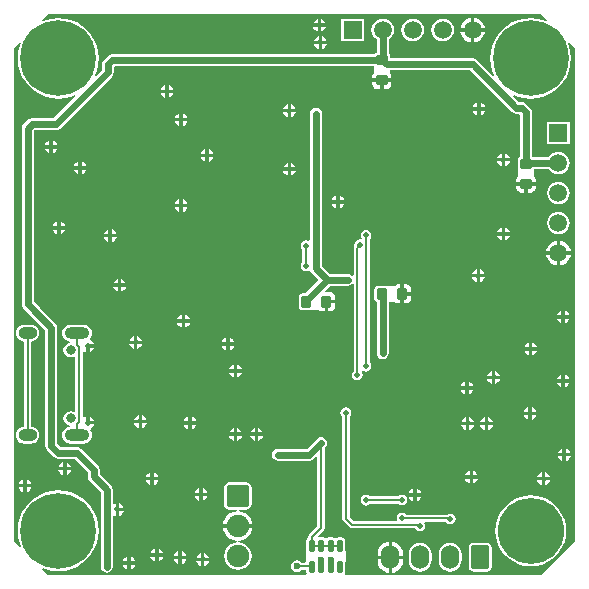
<source format=gbl>
G04*
G04 #@! TF.GenerationSoftware,Altium Limited,Altium Designer,20.2.7 (254)*
G04*
G04 Layer_Physical_Order=2*
G04 Layer_Color=16711680*
%FSLAX25Y25*%
%MOIN*%
G70*
G04*
G04 #@! TF.SameCoordinates,FBE84B92-D195-4989-AC34-508FE9173FC9*
G04*
G04*
G04 #@! TF.FilePolarity,Positive*
G04*
G01*
G75*
%ADD11C,0.00787*%
G04:AMPARAMS|DCode=17|XSize=39.37mil|YSize=35.43mil|CornerRadius=4.43mil|HoleSize=0mil|Usage=FLASHONLY|Rotation=270.000|XOffset=0mil|YOffset=0mil|HoleType=Round|Shape=RoundedRectangle|*
%AMROUNDEDRECTD17*
21,1,0.03937,0.02657,0,0,270.0*
21,1,0.03051,0.03543,0,0,270.0*
1,1,0.00886,-0.01329,-0.01526*
1,1,0.00886,-0.01329,0.01526*
1,1,0.00886,0.01329,0.01526*
1,1,0.00886,0.01329,-0.01526*
%
%ADD17ROUNDEDRECTD17*%
G04:AMPARAMS|DCode=18|XSize=39.37mil|YSize=35.43mil|CornerRadius=4.43mil|HoleSize=0mil|Usage=FLASHONLY|Rotation=180.000|XOffset=0mil|YOffset=0mil|HoleType=Round|Shape=RoundedRectangle|*
%AMROUNDEDRECTD18*
21,1,0.03937,0.02657,0,0,180.0*
21,1,0.03051,0.03543,0,0,180.0*
1,1,0.00886,-0.01526,0.01329*
1,1,0.00886,0.01526,0.01329*
1,1,0.00886,0.01526,-0.01329*
1,1,0.00886,-0.01526,-0.01329*
%
%ADD18ROUNDEDRECTD18*%
%ADD60C,0.02362*%
%ADD64C,0.22047*%
%ADD65R,0.05906X0.05906*%
%ADD66C,0.05906*%
%ADD67R,0.05906X0.05906*%
%ADD68O,0.08268X0.03937*%
%ADD69O,0.06299X0.03937*%
%ADD70C,0.03150*%
%ADD71C,0.07500*%
G04:AMPARAMS|DCode=72|XSize=75mil|YSize=75mil|CornerRadius=9.38mil|HoleSize=0mil|Usage=FLASHONLY|Rotation=0.000|XOffset=0mil|YOffset=0mil|HoleType=Round|Shape=RoundedRectangle|*
%AMROUNDEDRECTD72*
21,1,0.07500,0.05625,0,0,0.0*
21,1,0.05625,0.07500,0,0,0.0*
1,1,0.01875,0.02813,-0.02813*
1,1,0.01875,-0.02813,-0.02813*
1,1,0.01875,-0.02813,0.02813*
1,1,0.01875,0.02813,0.02813*
%
%ADD72ROUNDEDRECTD72*%
%ADD73O,0.06000X0.08000*%
G04:AMPARAMS|DCode=74|XSize=60mil|YSize=80mil|CornerRadius=7.5mil|HoleSize=0mil|Usage=FLASHONLY|Rotation=180.000|XOffset=0mil|YOffset=0mil|HoleType=Round|Shape=RoundedRectangle|*
%AMROUNDEDRECTD74*
21,1,0.06000,0.06500,0,0,180.0*
21,1,0.04500,0.08000,0,0,180.0*
1,1,0.01500,-0.02250,0.03250*
1,1,0.01500,0.02250,0.03250*
1,1,0.01500,0.02250,-0.03250*
1,1,0.01500,-0.02250,-0.03250*
%
%ADD74ROUNDEDRECTD74*%
%ADD75C,0.25197*%
%ADD76C,0.01968*%
%ADD77C,0.02362*%
G04:AMPARAMS|DCode=78|XSize=37.4mil|YSize=19.68mil|CornerRadius=2.46mil|HoleSize=0mil|Usage=FLASHONLY|Rotation=90.000|XOffset=0mil|YOffset=0mil|HoleType=Round|Shape=RoundedRectangle|*
%AMROUNDEDRECTD78*
21,1,0.03740,0.01476,0,0,90.0*
21,1,0.03248,0.01968,0,0,90.0*
1,1,0.00492,0.00738,0.01624*
1,1,0.00492,0.00738,-0.01624*
1,1,0.00492,-0.00738,-0.01624*
1,1,0.00492,-0.00738,0.01624*
%
%ADD78ROUNDEDRECTD78*%
G36*
X241744Y367073D02*
X241461Y366649D01*
X240370Y367101D01*
X238321Y367593D01*
X236221Y367758D01*
X234120Y367593D01*
X232071Y367101D01*
X230125Y366294D01*
X228328Y365194D01*
X226726Y363825D01*
X225358Y362223D01*
X224257Y360426D01*
X223450Y358480D01*
X222959Y356431D01*
X222793Y354331D01*
X222959Y352230D01*
X223450Y350182D01*
X224068Y348690D01*
X223644Y348407D01*
X218270Y353781D01*
X217618Y354217D01*
X216850Y354369D01*
X189394D01*
Y355069D01*
X189299Y355549D01*
X189027Y355956D01*
X188857Y356069D01*
Y360605D01*
X189518Y361112D01*
X190117Y361893D01*
X190494Y362803D01*
X190623Y363779D01*
X190494Y364756D01*
X190117Y365666D01*
X189518Y366447D01*
X188737Y367046D01*
X187827Y367423D01*
X186850Y367552D01*
X185874Y367423D01*
X184964Y367046D01*
X184183Y366447D01*
X183583Y365666D01*
X183206Y364756D01*
X183078Y363779D01*
X183206Y362803D01*
X183583Y361893D01*
X184183Y361112D01*
X184843Y360605D01*
Y356275D01*
X184608Y356228D01*
X184202Y355956D01*
X184062Y355747D01*
X96659D01*
X95891Y355594D01*
X95240Y355159D01*
X93856Y353776D01*
X93421Y353124D01*
X93269Y352356D01*
Y350438D01*
X91372Y348541D01*
X90948Y348824D01*
X91510Y350182D01*
X92002Y352230D01*
X92167Y354331D01*
X92002Y356431D01*
X91510Y358480D01*
X90704Y360426D01*
X89603Y362223D01*
X88235Y363825D01*
X86633Y365194D01*
X84836Y366294D01*
X82889Y367101D01*
X80841Y367593D01*
X78740Y367758D01*
X76640Y367593D01*
X74591Y367101D01*
X73499Y366649D01*
X73216Y367073D01*
X75219Y369075D01*
X239742D01*
X241744Y367073D01*
D02*
G37*
G36*
X66422Y359572D02*
X65970Y358480D01*
X65478Y356431D01*
X65313Y354331D01*
X65478Y352230D01*
X65970Y350182D01*
X66776Y348235D01*
X67877Y346438D01*
X69246Y344836D01*
X70848Y343468D01*
X72644Y342367D01*
X74591Y341561D01*
X76640Y341069D01*
X78740Y340903D01*
X80841Y341069D01*
X82889Y341561D01*
X84247Y342123D01*
X84530Y341699D01*
X77121Y334291D01*
X69888D01*
X69120Y334138D01*
X68468Y333703D01*
X67085Y332319D01*
X66650Y331668D01*
X66497Y330900D01*
Y275197D01*
Y272441D01*
X66650Y271673D01*
X67085Y271022D01*
X69121Y268986D01*
X69197Y268600D01*
X69589Y268014D01*
X70175Y267622D01*
X70561Y267546D01*
X74371Y263736D01*
Y225141D01*
X74524Y224373D01*
X74959Y223722D01*
X77265Y221415D01*
X77916Y220980D01*
X78684Y220828D01*
X84147D01*
X88544Y216431D01*
Y214961D01*
X88697Y214193D01*
X89132Y213541D01*
X92958Y209716D01*
Y188425D01*
Y184833D01*
X93111Y184065D01*
X93546Y183414D01*
X94197Y182979D01*
X94965Y182826D01*
X95733Y182979D01*
X96384Y183414D01*
X96819Y184065D01*
X96972Y184833D01*
Y188425D01*
Y201773D01*
X97413Y202009D01*
X97580Y201897D01*
X97835Y201847D01*
Y203937D01*
Y206027D01*
X97580Y205977D01*
X97413Y205865D01*
X96972Y206101D01*
Y210547D01*
X96819Y211315D01*
X96384Y211966D01*
X92558Y215792D01*
Y217262D01*
X92405Y218030D01*
X91970Y218681D01*
X86398Y224254D01*
X85747Y224689D01*
X84979Y224842D01*
X79515D01*
X78385Y225972D01*
Y264567D01*
X78232Y265335D01*
X77797Y265986D01*
X72679Y271104D01*
X70511Y273272D01*
Y275197D01*
Y330068D01*
X70719Y330276D01*
X77953D01*
X78721Y330429D01*
X79372Y330864D01*
X96695Y348187D01*
X97130Y348838D01*
X97283Y349606D01*
Y351525D01*
X97491Y351733D01*
X183858D01*
Y349458D01*
X183559Y349010D01*
X183433Y348376D01*
Y347638D01*
X189796D01*
Y348376D01*
X189670Y349010D01*
X189370Y349458D01*
Y350355D01*
X216019D01*
X229998Y336376D01*
X230649Y335941D01*
X231417Y335788D01*
X232431D01*
X232639Y335580D01*
Y321699D01*
X232233Y321428D01*
X231961Y321021D01*
X231866Y320541D01*
Y317884D01*
X231943Y317494D01*
X231890Y317441D01*
Y314930D01*
X231590Y314482D01*
X231464Y313848D01*
Y313110D01*
X237827D01*
Y313848D01*
X237701Y314482D01*
X237402Y314930D01*
Y317441D01*
X237402Y317442D01*
X242303D01*
X242810Y316781D01*
X243591Y316182D01*
X244501Y315805D01*
X245477Y315676D01*
X246454Y315805D01*
X247364Y316182D01*
X248145Y316781D01*
X248744Y317563D01*
X249121Y318472D01*
X249250Y319449D01*
X249121Y320425D01*
X248744Y321335D01*
X248145Y322116D01*
X247364Y322716D01*
X246454Y323093D01*
X245477Y323221D01*
X244501Y323093D01*
X243591Y322716D01*
X242810Y322116D01*
X242303Y321456D01*
X237017D01*
X236653Y321699D01*
Y336411D01*
X236500Y337180D01*
X236065Y337831D01*
X234681Y339214D01*
X234030Y339650D01*
X233262Y339802D01*
X232249D01*
X230296Y341755D01*
X230580Y342179D01*
X232071Y341561D01*
X234120Y341069D01*
X236221Y340903D01*
X238321Y341069D01*
X240370Y341561D01*
X242316Y342367D01*
X244113Y343468D01*
X245715Y344836D01*
X247083Y346438D01*
X248184Y348235D01*
X248991Y350182D01*
X249482Y352230D01*
X249648Y354331D01*
X249482Y356431D01*
X248991Y358480D01*
X248538Y359572D01*
X248962Y359855D01*
X250965Y357852D01*
Y193329D01*
X239742Y182106D01*
X174453D01*
X174415Y182149D01*
X174232Y182606D01*
X174365Y182806D01*
X174445Y183209D01*
Y186457D01*
X174425Y186561D01*
X174622Y186802D01*
X174622D01*
Y189951D01*
X174622D01*
X174425Y190192D01*
X174445Y190296D01*
Y193544D01*
X174365Y193947D01*
X174137Y194289D01*
X173795Y194517D01*
X173392Y194597D01*
X171915D01*
X171512Y194517D01*
X171459Y194482D01*
X171079Y194326D01*
X170698Y194482D01*
X170645Y194517D01*
X170242Y194597D01*
X168766D01*
X168362Y194517D01*
X168021Y194289D01*
X167838D01*
X167496Y194517D01*
X167093Y194597D01*
X165616D01*
X165505Y194576D01*
X165259Y195036D01*
X167206Y196983D01*
X167467Y197374D01*
X167559Y197835D01*
Y224505D01*
X167773Y224720D01*
X168209Y225371D01*
X168361Y226139D01*
X168209Y226908D01*
X167773Y227559D01*
X167122Y227994D01*
X166354Y228147D01*
X165586Y227994D01*
X164935Y227559D01*
X161595Y224218D01*
X151983D01*
X151215Y224066D01*
X150564Y223631D01*
X150129Y222979D01*
X149976Y222211D01*
X150129Y221443D01*
X150564Y220792D01*
X151215Y220357D01*
X151983Y220204D01*
X162426D01*
X163194Y220357D01*
X163845Y220792D01*
X164688Y221635D01*
X165150Y221444D01*
Y198334D01*
X162353Y195537D01*
X162092Y195146D01*
X162000Y194685D01*
X162000Y194685D01*
Y194475D01*
X161721Y194289D01*
X161493Y193947D01*
X161413Y193544D01*
Y190296D01*
X161433Y190192D01*
X161236Y189951D01*
X161236D01*
Y186802D01*
X161236D01*
X161284Y186744D01*
X161048Y186244D01*
X159831D01*
X159687Y186459D01*
X159036Y186894D01*
X158268Y187046D01*
X157500Y186894D01*
X156849Y186459D01*
X156413Y185807D01*
X156261Y185039D01*
X156413Y184271D01*
X156849Y183620D01*
X157500Y183185D01*
X158268Y183032D01*
X159036Y183185D01*
X159687Y183620D01*
X159831Y183835D01*
X161413D01*
Y183209D01*
X161493Y182806D01*
X161627Y182606D01*
X161443Y182149D01*
X161405Y182106D01*
X75219D01*
X73216Y184109D01*
X73499Y184532D01*
X74591Y184080D01*
X76640Y183589D01*
X78740Y183423D01*
X80841Y183589D01*
X82889Y184080D01*
X84836Y184887D01*
X86633Y185988D01*
X88235Y187356D01*
X89603Y188958D01*
X90704Y190755D01*
X91510Y192701D01*
X92002Y194750D01*
X92167Y196850D01*
X92002Y198951D01*
X91510Y201000D01*
X90704Y202946D01*
X89603Y204743D01*
X88235Y206345D01*
X86633Y207713D01*
X84836Y208814D01*
X82889Y209620D01*
X80841Y210112D01*
X78740Y210278D01*
X76640Y210112D01*
X74591Y209620D01*
X72644Y208814D01*
X70848Y207713D01*
X69246Y206345D01*
X67877Y204743D01*
X66776Y202946D01*
X65970Y201000D01*
X65478Y198951D01*
X65313Y196850D01*
X65478Y194750D01*
X65970Y192701D01*
X66422Y191610D01*
X65998Y191326D01*
X63996Y193329D01*
Y357852D01*
X65998Y359855D01*
X66422Y359572D01*
D02*
G37*
%LPC*%
G36*
X166339Y367445D02*
Y365945D01*
X167838D01*
X167788Y366199D01*
X167309Y366915D01*
X166593Y367394D01*
X166339Y367445D01*
D02*
G37*
G36*
X165157D02*
X164903Y367394D01*
X164187Y366915D01*
X163708Y366199D01*
X163658Y365945D01*
X165157D01*
Y367445D01*
D02*
G37*
G36*
X217441Y367871D02*
Y364370D01*
X220942D01*
X220878Y364859D01*
X220461Y365864D01*
X219799Y366728D01*
X218935Y367390D01*
X217930Y367807D01*
X217441Y367871D01*
D02*
G37*
G36*
X216260D02*
X215771Y367807D01*
X214766Y367390D01*
X213902Y366728D01*
X213240Y365864D01*
X212823Y364859D01*
X212759Y364370D01*
X216260D01*
Y367871D01*
D02*
G37*
G36*
X167838Y364764D02*
X166339D01*
Y363264D01*
X166593Y363315D01*
X167309Y363793D01*
X167788Y364510D01*
X167838Y364764D01*
D02*
G37*
G36*
X165157D02*
X163658D01*
X163708Y364510D01*
X164187Y363793D01*
X164903Y363315D01*
X165157Y363264D01*
Y364764D01*
D02*
G37*
G36*
X166695Y361700D02*
Y360201D01*
X168195D01*
X168144Y360455D01*
X167666Y361171D01*
X166949Y361650D01*
X166695Y361700D01*
D02*
G37*
G36*
X165514D02*
X165260Y361650D01*
X164543Y361171D01*
X164065Y360455D01*
X164014Y360201D01*
X165514D01*
Y361700D01*
D02*
G37*
G36*
X180590Y367520D02*
X173110D01*
Y360039D01*
X180590D01*
Y367520D01*
D02*
G37*
G36*
X206850Y367552D02*
X205874Y367423D01*
X204964Y367046D01*
X204183Y366447D01*
X203583Y365666D01*
X203206Y364756D01*
X203078Y363779D01*
X203206Y362803D01*
X203583Y361893D01*
X204183Y361112D01*
X204964Y360512D01*
X205874Y360136D01*
X206850Y360007D01*
X207827Y360136D01*
X208737Y360512D01*
X209518Y361112D01*
X210117Y361893D01*
X210494Y362803D01*
X210623Y363779D01*
X210494Y364756D01*
X210117Y365666D01*
X209518Y366447D01*
X208737Y367046D01*
X207827Y367423D01*
X206850Y367552D01*
D02*
G37*
G36*
X196850D02*
X195874Y367423D01*
X194964Y367046D01*
X194183Y366447D01*
X193583Y365666D01*
X193207Y364756D01*
X193078Y363779D01*
X193207Y362803D01*
X193583Y361893D01*
X194183Y361112D01*
X194964Y360512D01*
X195874Y360136D01*
X196850Y360007D01*
X197827Y360136D01*
X198737Y360512D01*
X199518Y361112D01*
X200117Y361893D01*
X200494Y362803D01*
X200623Y363779D01*
X200494Y364756D01*
X200117Y365666D01*
X199518Y366447D01*
X198737Y367046D01*
X197827Y367423D01*
X196850Y367552D01*
D02*
G37*
G36*
X220942Y363189D02*
X217441D01*
Y359688D01*
X217930Y359752D01*
X218935Y360169D01*
X219799Y360831D01*
X220461Y361695D01*
X220878Y362700D01*
X220942Y363189D01*
D02*
G37*
G36*
X216260D02*
X212759D01*
X212823Y362700D01*
X213240Y361695D01*
X213902Y360831D01*
X214766Y360169D01*
X215771Y359752D01*
X216260Y359688D01*
Y363189D01*
D02*
G37*
G36*
X168195Y359019D02*
X166695D01*
Y357520D01*
X166949Y357570D01*
X167666Y358049D01*
X168144Y358765D01*
X168195Y359019D01*
D02*
G37*
G36*
X165514D02*
X164014D01*
X164065Y358765D01*
X164543Y358049D01*
X165260Y357570D01*
X165514Y357520D01*
Y359019D01*
D02*
G37*
G36*
X189796Y346457D02*
X187205D01*
Y344063D01*
X188140D01*
X188773Y344189D01*
X189311Y344548D01*
X189670Y345085D01*
X189796Y345719D01*
Y346457D01*
D02*
G37*
G36*
X186024D02*
X183433D01*
Y345719D01*
X183559Y345085D01*
X183918Y344548D01*
X184455Y344189D01*
X185089Y344063D01*
X186024D01*
Y346457D01*
D02*
G37*
G36*
X115551Y345397D02*
Y343898D01*
X117051D01*
X117000Y344152D01*
X116522Y344868D01*
X115805Y345347D01*
X115551Y345397D01*
D02*
G37*
G36*
X114370D02*
X114116Y345347D01*
X113400Y344868D01*
X112921Y344152D01*
X112870Y343898D01*
X114370D01*
Y345397D01*
D02*
G37*
G36*
X117051Y342717D02*
X115551D01*
Y341217D01*
X115805Y341267D01*
X116522Y341746D01*
X117000Y342462D01*
X117051Y342717D01*
D02*
G37*
G36*
X114370D02*
X112870D01*
X112921Y342462D01*
X113400Y341746D01*
X114116Y341267D01*
X114370Y341217D01*
Y342717D01*
D02*
G37*
G36*
X219526Y339575D02*
Y338075D01*
X221025D01*
X220975Y338329D01*
X220496Y339046D01*
X219780Y339524D01*
X219526Y339575D01*
D02*
G37*
G36*
X218345D02*
X218090Y339524D01*
X217374Y339046D01*
X216895Y338329D01*
X216845Y338075D01*
X218345D01*
Y339575D01*
D02*
G37*
G36*
X156369Y338984D02*
Y337485D01*
X157869D01*
X157819Y337739D01*
X157340Y338455D01*
X156624Y338934D01*
X156369Y338984D01*
D02*
G37*
G36*
X155188D02*
X154934Y338934D01*
X154218Y338455D01*
X153739Y337739D01*
X153689Y337485D01*
X155188D01*
Y338984D01*
D02*
G37*
G36*
X221025Y336894D02*
X219526D01*
Y335394D01*
X219780Y335445D01*
X220496Y335923D01*
X220975Y336640D01*
X221025Y336894D01*
D02*
G37*
G36*
X218345D02*
X216845D01*
X216895Y336640D01*
X217374Y335923D01*
X218090Y335445D01*
X218345Y335394D01*
Y336894D01*
D02*
G37*
G36*
X157869Y336303D02*
X156369D01*
Y334804D01*
X156624Y334854D01*
X157340Y335333D01*
X157819Y336049D01*
X157869Y336303D01*
D02*
G37*
G36*
X155188D02*
X153689D01*
X153739Y336049D01*
X154218Y335333D01*
X154934Y334854D01*
X155188Y334804D01*
Y336303D01*
D02*
G37*
G36*
X120276Y335971D02*
Y334471D01*
X121775D01*
X121725Y334725D01*
X121246Y335442D01*
X120530Y335920D01*
X120276Y335971D01*
D02*
G37*
G36*
X119095D02*
X118840Y335920D01*
X118124Y335442D01*
X117645Y334725D01*
X117595Y334471D01*
X119095D01*
Y335971D01*
D02*
G37*
G36*
X121775Y333290D02*
X120276D01*
Y331790D01*
X120530Y331841D01*
X121246Y332319D01*
X121725Y333036D01*
X121775Y333290D01*
D02*
G37*
G36*
X119095D02*
X117595D01*
X117645Y333036D01*
X118124Y332319D01*
X118840Y331841D01*
X119095Y331790D01*
Y333290D01*
D02*
G37*
G36*
X249218Y333189D02*
X241737D01*
Y325709D01*
X249218D01*
Y333189D01*
D02*
G37*
G36*
X76968Y326929D02*
Y325429D01*
X78468D01*
X78418Y325683D01*
X77939Y326399D01*
X77223Y326878D01*
X76968Y326929D01*
D02*
G37*
G36*
X75787D02*
X75533Y326878D01*
X74817Y326399D01*
X74338Y325683D01*
X74288Y325429D01*
X75787D01*
Y326929D01*
D02*
G37*
G36*
X78468Y324248D02*
X76968D01*
Y322748D01*
X77223Y322799D01*
X77939Y323277D01*
X78418Y323993D01*
X78468Y324248D01*
D02*
G37*
G36*
X75787D02*
X74288D01*
X74338Y323993D01*
X74817Y323277D01*
X75533Y322799D01*
X75787Y322748D01*
Y324248D01*
D02*
G37*
G36*
X128937Y324084D02*
Y322584D01*
X130437D01*
X130386Y322838D01*
X129908Y323555D01*
X129191Y324033D01*
X128937Y324084D01*
D02*
G37*
G36*
X127756D02*
X127502Y324033D01*
X126785Y323555D01*
X126307Y322838D01*
X126256Y322584D01*
X127756D01*
Y324084D01*
D02*
G37*
G36*
X227717Y322618D02*
Y321118D01*
X229217D01*
X229167Y321373D01*
X228688Y322089D01*
X227972Y322568D01*
X227717Y322618D01*
D02*
G37*
G36*
X226536D02*
X226282Y322568D01*
X225566Y322089D01*
X225087Y321373D01*
X225037Y321118D01*
X226536D01*
Y322618D01*
D02*
G37*
G36*
X130437Y321403D02*
X128937D01*
Y319903D01*
X129191Y319954D01*
X129908Y320432D01*
X130386Y321149D01*
X130437Y321403D01*
D02*
G37*
G36*
X127756D02*
X126256D01*
X126307Y321149D01*
X126785Y320432D01*
X127502Y319954D01*
X127756Y319903D01*
Y321403D01*
D02*
G37*
G36*
X86604Y319942D02*
Y318442D01*
X88104D01*
X88054Y318696D01*
X87575Y319413D01*
X86859Y319891D01*
X86604Y319942D01*
D02*
G37*
G36*
X85423D02*
X85169Y319891D01*
X84453Y319413D01*
X83974Y318696D01*
X83924Y318442D01*
X85423D01*
Y319942D01*
D02*
G37*
G36*
X229217Y319937D02*
X227717D01*
Y318438D01*
X227972Y318488D01*
X228688Y318967D01*
X229167Y319683D01*
X229217Y319937D01*
D02*
G37*
G36*
X226536D02*
X225037D01*
X225087Y319683D01*
X225566Y318967D01*
X226282Y318488D01*
X226536Y318438D01*
Y319937D01*
D02*
G37*
G36*
X156369Y319454D02*
Y317955D01*
X157869D01*
X157819Y318209D01*
X157340Y318925D01*
X156624Y319404D01*
X156369Y319454D01*
D02*
G37*
G36*
X155188D02*
X154934Y319404D01*
X154218Y318925D01*
X153739Y318209D01*
X153689Y317955D01*
X155188D01*
Y319454D01*
D02*
G37*
G36*
X88104Y317261D02*
X86604D01*
Y315761D01*
X86859Y315812D01*
X87575Y316290D01*
X88054Y317007D01*
X88104Y317261D01*
D02*
G37*
G36*
X85423D02*
X83924D01*
X83974Y317007D01*
X84453Y316290D01*
X85169Y315812D01*
X85423Y315761D01*
Y317261D01*
D02*
G37*
G36*
X157869Y316774D02*
X156369D01*
Y315274D01*
X156624Y315324D01*
X157340Y315803D01*
X157819Y316519D01*
X157869Y316774D01*
D02*
G37*
G36*
X155188D02*
X153689D01*
X153739Y316519D01*
X154218Y315803D01*
X154934Y315324D01*
X155188Y315274D01*
Y316774D01*
D02*
G37*
G36*
X237827Y311929D02*
X235236D01*
Y309535D01*
X236171D01*
X236805Y309661D01*
X237342Y310020D01*
X237701Y310557D01*
X237827Y311191D01*
Y311929D01*
D02*
G37*
G36*
X234055D02*
X231464D01*
Y311191D01*
X231590Y310557D01*
X231949Y310020D01*
X232486Y309661D01*
X233120Y309535D01*
X234055D01*
Y311929D01*
D02*
G37*
G36*
X172559Y308547D02*
Y307047D01*
X174059D01*
X174008Y307302D01*
X173530Y308018D01*
X172813Y308496D01*
X172559Y308547D01*
D02*
G37*
G36*
X171378D02*
X171124Y308496D01*
X170407Y308018D01*
X169929Y307302D01*
X169878Y307047D01*
X171378D01*
Y308547D01*
D02*
G37*
G36*
X120276Y307366D02*
Y305866D01*
X121775D01*
X121725Y306120D01*
X121246Y306837D01*
X120530Y307315D01*
X120276Y307366D01*
D02*
G37*
G36*
X119095D02*
X118840Y307315D01*
X118124Y306837D01*
X117645Y306120D01*
X117595Y305866D01*
X119095D01*
Y307366D01*
D02*
G37*
G36*
X245477Y313221D02*
X244501Y313093D01*
X243591Y312716D01*
X242810Y312116D01*
X242210Y311335D01*
X241833Y310425D01*
X241705Y309449D01*
X241833Y308472D01*
X242210Y307563D01*
X242810Y306781D01*
X243591Y306182D01*
X244501Y305805D01*
X245477Y305676D01*
X246454Y305805D01*
X247364Y306182D01*
X248145Y306781D01*
X248744Y307563D01*
X249121Y308472D01*
X249250Y309449D01*
X249121Y310425D01*
X248744Y311335D01*
X248145Y312116D01*
X247364Y312716D01*
X246454Y313093D01*
X245477Y313221D01*
D02*
G37*
G36*
X174059Y305866D02*
X172559D01*
Y304366D01*
X172813Y304417D01*
X173530Y304896D01*
X174008Y305612D01*
X174059Y305866D01*
D02*
G37*
G36*
X171378D02*
X169878D01*
X169929Y305612D01*
X170407Y304896D01*
X171124Y304417D01*
X171378Y304366D01*
Y305866D01*
D02*
G37*
G36*
X121775Y304685D02*
X120276D01*
Y303185D01*
X120530Y303236D01*
X121246Y303714D01*
X121725Y304431D01*
X121775Y304685D01*
D02*
G37*
G36*
X119095D02*
X117595D01*
X117645Y304431D01*
X118124Y303714D01*
X118840Y303236D01*
X119095Y303185D01*
Y304685D01*
D02*
G37*
G36*
X79532Y299942D02*
Y298442D01*
X81032D01*
X80981Y298696D01*
X80503Y299413D01*
X79786Y299891D01*
X79532Y299942D01*
D02*
G37*
G36*
X78351D02*
X78097Y299891D01*
X77380Y299413D01*
X76902Y298696D01*
X76851Y298442D01*
X78351D01*
Y299942D01*
D02*
G37*
G36*
X227717Y297928D02*
Y296428D01*
X229217D01*
X229167Y296683D01*
X228688Y297399D01*
X227972Y297878D01*
X227717Y297928D01*
D02*
G37*
G36*
X226536D02*
X226282Y297878D01*
X225566Y297399D01*
X225087Y296683D01*
X225037Y296428D01*
X226536D01*
Y297928D01*
D02*
G37*
G36*
X96653Y297366D02*
Y295866D01*
X98153D01*
X98103Y296121D01*
X97624Y296837D01*
X96908Y297315D01*
X96653Y297366D01*
D02*
G37*
G36*
X95472D02*
X95218Y297315D01*
X94502Y296837D01*
X94023Y296121D01*
X93973Y295866D01*
X95472D01*
Y297366D01*
D02*
G37*
G36*
X81032Y297261D02*
X79532D01*
Y295761D01*
X79786Y295812D01*
X80503Y296290D01*
X80981Y297007D01*
X81032Y297261D01*
D02*
G37*
G36*
X78351D02*
X76851D01*
X76902Y297007D01*
X77380Y296290D01*
X78097Y295812D01*
X78351Y295761D01*
Y297261D01*
D02*
G37*
G36*
X245477Y303221D02*
X244501Y303093D01*
X243591Y302716D01*
X242810Y302116D01*
X242210Y301335D01*
X241833Y300425D01*
X241705Y299449D01*
X241833Y298472D01*
X242210Y297563D01*
X242810Y296781D01*
X243591Y296182D01*
X244501Y295805D01*
X245477Y295676D01*
X246454Y295805D01*
X247364Y296182D01*
X248145Y296781D01*
X248744Y297563D01*
X249121Y298472D01*
X249250Y299449D01*
X249121Y300425D01*
X248744Y301335D01*
X248145Y302116D01*
X247364Y302716D01*
X246454Y303093D01*
X245477Y303221D01*
D02*
G37*
G36*
X229217Y295247D02*
X227717D01*
Y293748D01*
X227972Y293798D01*
X228688Y294277D01*
X229167Y294993D01*
X229217Y295247D01*
D02*
G37*
G36*
X226536D02*
X225037D01*
X225087Y294993D01*
X225566Y294277D01*
X226282Y293798D01*
X226536Y293748D01*
Y295247D01*
D02*
G37*
G36*
X164633Y337873D02*
X163865Y337720D01*
X163214Y337285D01*
X162778Y336634D01*
X162626Y335866D01*
Y293678D01*
X162126Y293411D01*
X162029Y293475D01*
X161338Y293613D01*
X160646Y293475D01*
X160061Y293084D01*
X159669Y292498D01*
X159531Y291806D01*
X159669Y291115D01*
X160061Y290529D01*
X160134Y290480D01*
Y286562D01*
X160061Y286513D01*
X159669Y285928D01*
X159531Y285236D01*
X159669Y284545D01*
X160061Y283959D01*
X160646Y283567D01*
X161338Y283430D01*
X162029Y283567D01*
X162240Y283708D01*
X162778Y283561D01*
X163214Y282910D01*
X165625Y280499D01*
X161135Y276008D01*
X160089D01*
X159608Y275913D01*
X159202Y275641D01*
X158930Y275234D01*
X158834Y274754D01*
Y271703D01*
X158930Y271223D01*
X159202Y270816D01*
X159608Y270544D01*
X160089Y270448D01*
X162746D01*
X163136Y270526D01*
X163189Y270472D01*
X165700D01*
X166148Y270173D01*
X166781Y270047D01*
X167520D01*
Y273228D01*
X168110D01*
Y273819D01*
X171095D01*
Y274754D01*
X170969Y275388D01*
X170610Y275925D01*
X170073Y276284D01*
X169439Y276410D01*
X167867D01*
X167675Y276872D01*
X169295Y278491D01*
X175277D01*
X176045Y278644D01*
X176696Y279079D01*
X176731Y279132D01*
X177231Y278980D01*
Y250103D01*
X177158Y250055D01*
X176767Y249469D01*
X176629Y248777D01*
X176767Y248086D01*
X177158Y247500D01*
X177744Y247108D01*
X178436Y246971D01*
X179127Y247108D01*
X179713Y247500D01*
X180104Y248086D01*
X180242Y248777D01*
X180104Y249469D01*
X179877Y249809D01*
X179921Y249934D01*
X180522Y250134D01*
X180631Y250061D01*
X181322Y249924D01*
X182013Y250061D01*
X182599Y250453D01*
X182991Y251039D01*
X183129Y251730D01*
X182991Y252421D01*
X182599Y253007D01*
X182526Y253056D01*
Y293950D01*
X182599Y293998D01*
X182991Y294584D01*
X183129Y295276D01*
X182991Y295967D01*
X182599Y296553D01*
X182013Y296944D01*
X181322Y297082D01*
X180631Y296944D01*
X180045Y296553D01*
X179653Y295967D01*
X179516Y295276D01*
X179653Y294584D01*
X179839Y294306D01*
X179538Y293857D01*
X179157Y293932D01*
X178466Y293795D01*
X177880Y293403D01*
X177488Y292817D01*
X177350Y292126D01*
X177433Y291711D01*
X177323Y291546D01*
X177231Y291085D01*
X177231Y291085D01*
Y282017D01*
X176731Y281866D01*
X176696Y281918D01*
X176045Y282353D01*
X175277Y282506D01*
X169295D01*
X166640Y285161D01*
Y335866D01*
X166487Y336634D01*
X166052Y337285D01*
X165401Y337720D01*
X164633Y337873D01*
D02*
G37*
G36*
X98153Y294685D02*
X96653D01*
Y293185D01*
X96908Y293236D01*
X97624Y293714D01*
X98103Y294431D01*
X98153Y294685D01*
D02*
G37*
G36*
X95472D02*
X93973D01*
X94023Y294431D01*
X94502Y293714D01*
X95218Y293236D01*
X95472Y293185D01*
Y294685D01*
D02*
G37*
G36*
X246068Y293541D02*
Y290039D01*
X249569D01*
X249505Y290528D01*
X249088Y291534D01*
X248426Y292397D01*
X247562Y293060D01*
X246556Y293476D01*
X246068Y293541D01*
D02*
G37*
G36*
X244887Y293541D02*
X244398Y293476D01*
X243393Y293060D01*
X242529Y292397D01*
X241866Y291534D01*
X241450Y290528D01*
X241386Y290039D01*
X244887D01*
Y293541D01*
D02*
G37*
G36*
X249569Y288858D02*
X246068D01*
Y285357D01*
X246556Y285421D01*
X247562Y285838D01*
X248426Y286501D01*
X249088Y287364D01*
X249505Y288370D01*
X249569Y288858D01*
D02*
G37*
G36*
X244887D02*
X241386D01*
X241450Y288370D01*
X241866Y287364D01*
X242529Y286501D01*
X243393Y285838D01*
X244398Y285421D01*
X244887Y285357D01*
Y288858D01*
D02*
G37*
G36*
X219345Y283997D02*
Y282497D01*
X220845D01*
X220794Y282752D01*
X220316Y283468D01*
X219599Y283946D01*
X219345Y283997D01*
D02*
G37*
G36*
X218164D02*
X217910Y283946D01*
X217193Y283468D01*
X216715Y282752D01*
X216664Y282497D01*
X218164D01*
Y283997D01*
D02*
G37*
G36*
X220845Y281316D02*
X219345D01*
Y279817D01*
X219599Y279867D01*
X220316Y280346D01*
X220794Y281062D01*
X220845Y281316D01*
D02*
G37*
G36*
X218164D02*
X216664D01*
X216715Y281062D01*
X217193Y280346D01*
X217910Y279867D01*
X218164Y279817D01*
Y281316D01*
D02*
G37*
G36*
X99805Y280780D02*
Y279280D01*
X101305D01*
X101254Y279534D01*
X100776Y280251D01*
X100059Y280729D01*
X99805Y280780D01*
D02*
G37*
G36*
X98624D02*
X98370Y280729D01*
X97653Y280251D01*
X97175Y279534D01*
X97124Y279280D01*
X98624D01*
Y280780D01*
D02*
G37*
G36*
X192786Y278962D02*
X192047D01*
X191414Y278836D01*
X190966Y278537D01*
X188455D01*
X188401Y278484D01*
X188012Y278561D01*
X185354D01*
X184874Y278466D01*
X184467Y278194D01*
X184196Y277787D01*
X184100Y277307D01*
Y274255D01*
X184196Y273776D01*
X184467Y273369D01*
X184874Y273097D01*
X184889Y273094D01*
Y256086D01*
X185042Y255318D01*
X185477Y254667D01*
X186128Y254232D01*
X186897Y254079D01*
X187665Y254232D01*
X188316Y254667D01*
X188751Y255318D01*
X188904Y256086D01*
Y273025D01*
X190966D01*
X191414Y272726D01*
X192047Y272600D01*
X192786D01*
Y275781D01*
Y278962D01*
D02*
G37*
G36*
X101305Y278099D02*
X99805D01*
Y276599D01*
X100059Y276650D01*
X100776Y277128D01*
X101254Y277845D01*
X101305Y278099D01*
D02*
G37*
G36*
X98624D02*
X97124D01*
X97175Y277845D01*
X97653Y277128D01*
X98370Y276650D01*
X98624Y276599D01*
Y278099D01*
D02*
G37*
G36*
X194705Y278962D02*
X193967D01*
Y276372D01*
X196361D01*
Y277307D01*
X196235Y277940D01*
X195876Y278478D01*
X195339Y278836D01*
X194705Y278962D01*
D02*
G37*
G36*
X196361Y275191D02*
X193967D01*
Y272600D01*
X194705D01*
X195339Y272726D01*
X195876Y273085D01*
X196235Y273622D01*
X196361Y274255D01*
Y275191D01*
D02*
G37*
G36*
X171095Y272638D02*
X168701D01*
Y270047D01*
X169439D01*
X170073Y270173D01*
X170610Y270532D01*
X170969Y271069D01*
X171095Y271703D01*
Y272638D01*
D02*
G37*
G36*
X247642Y270201D02*
Y268701D01*
X249141D01*
X249091Y268956D01*
X248612Y269672D01*
X247896Y270151D01*
X247642Y270201D01*
D02*
G37*
G36*
X246461D02*
X246206Y270151D01*
X245490Y269672D01*
X245011Y268956D01*
X244961Y268701D01*
X246461D01*
Y270201D01*
D02*
G37*
G36*
X121063Y268807D02*
Y267307D01*
X122563D01*
X122512Y267562D01*
X122034Y268278D01*
X121317Y268757D01*
X121063Y268807D01*
D02*
G37*
G36*
X119882D02*
X119628Y268757D01*
X118911Y268278D01*
X118433Y267562D01*
X118382Y267307D01*
X119882D01*
Y268807D01*
D02*
G37*
G36*
X249141Y267520D02*
X247642D01*
Y266021D01*
X247896Y266071D01*
X248612Y266550D01*
X249091Y267266D01*
X249141Y267520D01*
D02*
G37*
G36*
X246461D02*
X244961D01*
X245011Y267266D01*
X245490Y266550D01*
X246206Y266071D01*
X246461Y266021D01*
Y267520D01*
D02*
G37*
G36*
X122563Y266126D02*
X121063D01*
Y264627D01*
X121317Y264677D01*
X122034Y265156D01*
X122512Y265872D01*
X122563Y266126D01*
D02*
G37*
G36*
X119882D02*
X118382D01*
X118433Y265872D01*
X118911Y265156D01*
X119628Y264677D01*
X119882Y264627D01*
Y266126D01*
D02*
G37*
G36*
X105120Y261736D02*
Y260236D01*
X106620D01*
X106569Y260490D01*
X106091Y261207D01*
X105374Y261685D01*
X105120Y261736D01*
D02*
G37*
G36*
X103939D02*
X103685Y261685D01*
X102968Y261207D01*
X102490Y260490D01*
X102439Y260236D01*
X103939D01*
Y261736D01*
D02*
G37*
G36*
X135859Y261134D02*
Y259635D01*
X137359D01*
X137308Y259889D01*
X136830Y260605D01*
X136114Y261084D01*
X135859Y261134D01*
D02*
G37*
G36*
X134678D02*
X134424Y261084D01*
X133707Y260605D01*
X133229Y259889D01*
X133178Y259635D01*
X134678D01*
Y261134D01*
D02*
G37*
G36*
X236811Y259571D02*
Y258071D01*
X238311D01*
X238260Y258325D01*
X237782Y259041D01*
X237065Y259520D01*
X236811Y259571D01*
D02*
G37*
G36*
X235630D02*
X235376Y259520D01*
X234659Y259041D01*
X234181Y258325D01*
X234130Y258071D01*
X235630D01*
Y259571D01*
D02*
G37*
G36*
X106620Y259055D02*
X105120D01*
Y257555D01*
X105374Y257606D01*
X106091Y258085D01*
X106569Y258801D01*
X106620Y259055D01*
D02*
G37*
G36*
X103939D02*
X102439D01*
X102490Y258801D01*
X102968Y258085D01*
X103685Y257606D01*
X103939Y257555D01*
Y259055D01*
D02*
G37*
G36*
X137359Y258454D02*
X135859D01*
Y256954D01*
X136114Y257004D01*
X136830Y257483D01*
X137308Y258199D01*
X137359Y258454D01*
D02*
G37*
G36*
X134678D02*
X133178D01*
X133229Y258199D01*
X133707Y257483D01*
X134424Y257004D01*
X134678Y256954D01*
Y258454D01*
D02*
G37*
G36*
X90671Y257874D02*
X89172D01*
Y256374D01*
X89426Y256425D01*
X90142Y256903D01*
X90621Y257620D01*
X90671Y257874D01*
D02*
G37*
G36*
X87144Y265457D02*
X82813D01*
X82094Y265362D01*
X81423Y265084D01*
X80848Y264643D01*
X80406Y264067D01*
X80128Y263397D01*
X80034Y262677D01*
X80128Y261958D01*
X80406Y261287D01*
X80848Y260712D01*
X81423Y260270D01*
X82094Y259992D01*
X82655Y259918D01*
X82671Y259412D01*
X81970Y259272D01*
X81189Y258750D01*
X80667Y257969D01*
X80484Y257047D01*
X80667Y256126D01*
X81189Y255344D01*
X81970Y254822D01*
X82892Y254639D01*
X83814Y254822D01*
X84003Y254948D01*
X84444Y254713D01*
Y236626D01*
X84003Y236390D01*
X83814Y236516D01*
X82892Y236700D01*
X81970Y236516D01*
X81189Y235994D01*
X80667Y235213D01*
X80484Y234291D01*
X80667Y233370D01*
X81189Y232588D01*
X81970Y232066D01*
X82671Y231927D01*
X82655Y231420D01*
X82094Y231346D01*
X81423Y231069D01*
X80848Y230627D01*
X80406Y230051D01*
X80128Y229381D01*
X80034Y228661D01*
X80128Y227942D01*
X80406Y227272D01*
X80848Y226696D01*
X81423Y226254D01*
X82094Y225976D01*
X82813Y225882D01*
X87144D01*
X87863Y225976D01*
X88534Y226254D01*
X89110Y226696D01*
X89551Y227272D01*
X89829Y227942D01*
X89924Y228661D01*
X89829Y229381D01*
X89551Y230051D01*
X89353Y230310D01*
X89378Y230491D01*
X89528Y230903D01*
X90142Y231313D01*
X90621Y232029D01*
X90671Y232283D01*
X88581D01*
Y232874D01*
X87990D01*
Y234964D01*
X87736Y234914D01*
X87352Y234657D01*
X86852Y234924D01*
Y256414D01*
X87352Y256681D01*
X87736Y256425D01*
X87990Y256374D01*
Y258465D01*
X88581D01*
Y259055D01*
X90671D01*
X90621Y259310D01*
X90142Y260026D01*
X89528Y260436D01*
X89378Y260847D01*
X89353Y261029D01*
X89551Y261287D01*
X89829Y261958D01*
X89924Y262677D01*
X89829Y263397D01*
X89551Y264067D01*
X89110Y264643D01*
X88534Y265084D01*
X87863Y265362D01*
X87144Y265457D01*
D02*
G37*
G36*
X238311Y256890D02*
X236811D01*
Y255390D01*
X237065Y255441D01*
X237782Y255919D01*
X238260Y256635D01*
X238311Y256890D01*
D02*
G37*
G36*
X235630D02*
X234130D01*
X234181Y256635D01*
X234659Y255919D01*
X235376Y255441D01*
X235630Y255390D01*
Y256890D01*
D02*
G37*
G36*
X138386Y252259D02*
Y250760D01*
X139886D01*
X139835Y251014D01*
X139356Y251730D01*
X138640Y252209D01*
X138386Y252259D01*
D02*
G37*
G36*
X137205D02*
X136950Y252209D01*
X136234Y251730D01*
X135756Y251014D01*
X135705Y250760D01*
X137205D01*
Y252259D01*
D02*
G37*
G36*
X224413Y250080D02*
Y248581D01*
X225913D01*
X225862Y248835D01*
X225384Y249551D01*
X224668Y250030D01*
X224413Y250080D01*
D02*
G37*
G36*
X223232D02*
X222978Y250030D01*
X222262Y249551D01*
X221783Y248835D01*
X221732Y248581D01*
X223232D01*
Y250080D01*
D02*
G37*
G36*
X139886Y249578D02*
X138386D01*
Y248079D01*
X138640Y248129D01*
X139356Y248608D01*
X139835Y249324D01*
X139886Y249578D01*
D02*
G37*
G36*
X137205D02*
X135705D01*
X135756Y249324D01*
X136234Y248608D01*
X136950Y248129D01*
X137205Y248079D01*
Y249578D01*
D02*
G37*
G36*
X247642Y248941D02*
Y247442D01*
X249141D01*
X249091Y247696D01*
X248612Y248412D01*
X247896Y248891D01*
X247642Y248941D01*
D02*
G37*
G36*
X246461D02*
X246206Y248891D01*
X245490Y248412D01*
X245011Y247696D01*
X244961Y247442D01*
X246461D01*
Y248941D01*
D02*
G37*
G36*
X225913Y247399D02*
X224413D01*
Y245900D01*
X224668Y245950D01*
X225384Y246429D01*
X225862Y247145D01*
X225913Y247399D01*
D02*
G37*
G36*
X223232D02*
X221732D01*
X221783Y247145D01*
X222262Y246429D01*
X222978Y245950D01*
X223232Y245900D01*
Y247399D01*
D02*
G37*
G36*
X215541Y246537D02*
Y245037D01*
X217041D01*
X216990Y245291D01*
X216512Y246008D01*
X215795Y246486D01*
X215541Y246537D01*
D02*
G37*
G36*
X214360D02*
X214106Y246486D01*
X213389Y246008D01*
X212911Y245291D01*
X212860Y245037D01*
X214360D01*
Y246537D01*
D02*
G37*
G36*
X249141Y246260D02*
X247642D01*
Y244761D01*
X247896Y244811D01*
X248612Y245290D01*
X249091Y246006D01*
X249141Y246260D01*
D02*
G37*
G36*
X246461D02*
X244961D01*
X245011Y246006D01*
X245490Y245290D01*
X246206Y244811D01*
X246461Y244761D01*
Y246260D01*
D02*
G37*
G36*
X217041Y243856D02*
X215541D01*
Y242356D01*
X215795Y242407D01*
X216512Y242885D01*
X216990Y243602D01*
X217041Y243856D01*
D02*
G37*
G36*
X214360D02*
X212860D01*
X212911Y243602D01*
X213389Y242885D01*
X214106Y242407D01*
X214360Y242356D01*
Y243856D01*
D02*
G37*
G36*
X236618Y238072D02*
Y236573D01*
X238118D01*
X238067Y236827D01*
X237589Y237543D01*
X236872Y238022D01*
X236618Y238072D01*
D02*
G37*
G36*
X235437D02*
X235183Y238022D01*
X234466Y237543D01*
X233988Y236827D01*
X233937Y236573D01*
X235437D01*
Y238072D01*
D02*
G37*
G36*
X238118Y235391D02*
X236618D01*
Y233892D01*
X236872Y233942D01*
X237589Y234421D01*
X238067Y235137D01*
X238118Y235391D01*
D02*
G37*
G36*
X235437D02*
X233937D01*
X233988Y235137D01*
X234466Y234421D01*
X235183Y233942D01*
X235437Y233892D01*
Y235391D01*
D02*
G37*
G36*
X106695Y235358D02*
Y233858D01*
X108195D01*
X108144Y234113D01*
X107665Y234829D01*
X106949Y235308D01*
X106695Y235358D01*
D02*
G37*
G36*
X105514D02*
X105259Y235308D01*
X104543Y234829D01*
X104065Y234113D01*
X104014Y233858D01*
X105514D01*
Y235358D01*
D02*
G37*
G36*
X89172Y234964D02*
Y233465D01*
X90671D01*
X90621Y233719D01*
X90142Y234435D01*
X89426Y234914D01*
X89172Y234964D01*
D02*
G37*
G36*
X123254Y234874D02*
Y233374D01*
X124754D01*
X124703Y233629D01*
X124225Y234345D01*
X123509Y234824D01*
X123254Y234874D01*
D02*
G37*
G36*
X122073D02*
X121819Y234824D01*
X121103Y234345D01*
X120624Y233629D01*
X120573Y233374D01*
X122073D01*
Y234874D01*
D02*
G37*
G36*
X222101Y234718D02*
Y233218D01*
X223601D01*
X223550Y233473D01*
X223072Y234189D01*
X222355Y234667D01*
X222101Y234718D01*
D02*
G37*
G36*
X220920D02*
X220666Y234667D01*
X219949Y234189D01*
X219471Y233473D01*
X219420Y233218D01*
X220920D01*
Y234718D01*
D02*
G37*
G36*
X215792D02*
Y233218D01*
X217292D01*
X217241Y233473D01*
X216762Y234189D01*
X216046Y234667D01*
X215792Y234718D01*
D02*
G37*
G36*
X214611D02*
X214356Y234667D01*
X213640Y234189D01*
X213161Y233473D01*
X213111Y233218D01*
X214611D01*
Y234718D01*
D02*
G37*
G36*
X108195Y232677D02*
X106695D01*
Y231178D01*
X106949Y231228D01*
X107665Y231707D01*
X108144Y232423D01*
X108195Y232677D01*
D02*
G37*
G36*
X105514D02*
X104014D01*
X104065Y232423D01*
X104543Y231707D01*
X105259Y231228D01*
X105514Y231178D01*
Y232677D01*
D02*
G37*
G36*
X124754Y232193D02*
X123254D01*
Y230694D01*
X123509Y230744D01*
X124225Y231223D01*
X124703Y231939D01*
X124754Y232193D01*
D02*
G37*
G36*
X122073D02*
X120573D01*
X120624Y231939D01*
X121103Y231223D01*
X121819Y230744D01*
X122073Y230694D01*
Y232193D01*
D02*
G37*
G36*
X223601Y232037D02*
X222101D01*
Y230538D01*
X222355Y230588D01*
X223072Y231067D01*
X223550Y231783D01*
X223601Y232037D01*
D02*
G37*
G36*
X220920D02*
X219420D01*
X219471Y231783D01*
X219949Y231067D01*
X220666Y230588D01*
X220920Y230538D01*
Y232037D01*
D02*
G37*
G36*
X217292D02*
X215792D01*
Y230538D01*
X216046Y230588D01*
X216762Y231067D01*
X217241Y231783D01*
X217292Y232037D01*
D02*
G37*
G36*
X214611D02*
X213111D01*
X213161Y231783D01*
X213640Y231067D01*
X214356Y230588D01*
X214611Y230538D01*
Y232037D01*
D02*
G37*
G36*
X145472Y231108D02*
Y229608D01*
X146972D01*
X146922Y229862D01*
X146443Y230578D01*
X145727Y231057D01*
X145472Y231108D01*
D02*
G37*
G36*
X144291D02*
X144037Y231057D01*
X143321Y230578D01*
X142842Y229862D01*
X142792Y229608D01*
X144291D01*
Y231108D01*
D02*
G37*
G36*
X138386D02*
Y229608D01*
X139886D01*
X139835Y229862D01*
X139356Y230578D01*
X138640Y231057D01*
X138386Y231108D01*
D02*
G37*
G36*
X137205D02*
X136950Y231057D01*
X136234Y230578D01*
X135756Y229862D01*
X135705Y229608D01*
X137205D01*
Y231108D01*
D02*
G37*
G36*
X146972Y228427D02*
X145472D01*
Y226927D01*
X145727Y226978D01*
X146443Y227456D01*
X146922Y228172D01*
X146972Y228427D01*
D02*
G37*
G36*
X144291D02*
X142792D01*
X142842Y228172D01*
X143321Y227456D01*
X144037Y226978D01*
X144291Y226927D01*
Y228427D01*
D02*
G37*
G36*
X139886D02*
X138386D01*
Y226927D01*
X138640Y226978D01*
X139356Y227456D01*
X139835Y228172D01*
X139886Y228427D01*
D02*
G37*
G36*
X137205D02*
X135705D01*
X135756Y228172D01*
X136234Y227456D01*
X136950Y226978D01*
X137205Y226927D01*
Y228427D01*
D02*
G37*
G36*
X69703Y265457D02*
X67341D01*
X66622Y265362D01*
X65951Y265084D01*
X65375Y264643D01*
X64934Y264067D01*
X64656Y263397D01*
X64561Y262677D01*
X64656Y261958D01*
X64934Y261287D01*
X65375Y260712D01*
X65951Y260270D01*
X66622Y259992D01*
X67318Y259900D01*
Y231438D01*
X66622Y231346D01*
X65951Y231069D01*
X65375Y230627D01*
X64934Y230051D01*
X64656Y229381D01*
X64561Y228661D01*
X64656Y227942D01*
X64934Y227272D01*
X65375Y226696D01*
X65951Y226254D01*
X66622Y225976D01*
X67341Y225882D01*
X69703D01*
X70423Y225976D01*
X71093Y226254D01*
X71669Y226696D01*
X72110Y227272D01*
X72388Y227942D01*
X72483Y228661D01*
X72388Y229381D01*
X72110Y230051D01*
X71669Y230627D01*
X71093Y231069D01*
X70423Y231346D01*
X69726Y231438D01*
Y259900D01*
X70423Y259992D01*
X71093Y260270D01*
X71669Y260712D01*
X72110Y261287D01*
X72388Y261958D01*
X72483Y262677D01*
X72388Y263397D01*
X72110Y264067D01*
X71669Y264643D01*
X71093Y265084D01*
X70423Y265362D01*
X69703Y265457D01*
D02*
G37*
G36*
X247993Y224302D02*
Y222802D01*
X249493D01*
X249443Y223056D01*
X248964Y223773D01*
X248248Y224251D01*
X247993Y224302D01*
D02*
G37*
G36*
X246812D02*
X246558Y224251D01*
X245842Y223773D01*
X245363Y223056D01*
X245312Y222802D01*
X246812D01*
Y224302D01*
D02*
G37*
G36*
X249493Y221621D02*
X247993D01*
Y220121D01*
X248248Y220172D01*
X248964Y220650D01*
X249443Y221367D01*
X249493Y221621D01*
D02*
G37*
G36*
X246812D02*
X245312D01*
X245363Y221367D01*
X245842Y220650D01*
X246558Y220172D01*
X246812Y220121D01*
Y221621D01*
D02*
G37*
G36*
X81494Y219650D02*
Y218150D01*
X82994D01*
X82944Y218405D01*
X82465Y219121D01*
X81749Y219600D01*
X81494Y219650D01*
D02*
G37*
G36*
X80313D02*
X80059Y219600D01*
X79343Y219121D01*
X78864Y218405D01*
X78814Y218150D01*
X80313D01*
Y219650D01*
D02*
G37*
G36*
X82994Y216969D02*
X81494D01*
Y215470D01*
X81749Y215520D01*
X82465Y215999D01*
X82944Y216715D01*
X82994Y216969D01*
D02*
G37*
G36*
X80313D02*
X78814D01*
X78864Y216715D01*
X79343Y215999D01*
X80059Y215520D01*
X80313Y215470D01*
Y216969D01*
D02*
G37*
G36*
X217036Y216809D02*
Y215310D01*
X218536D01*
X218485Y215564D01*
X218006Y216280D01*
X217290Y216759D01*
X217036Y216809D01*
D02*
G37*
G36*
X215855D02*
X215600Y216759D01*
X214884Y216280D01*
X214406Y215564D01*
X214355Y215310D01*
X215855D01*
Y216809D01*
D02*
G37*
G36*
X241082Y216318D02*
Y214819D01*
X242582D01*
X242531Y215073D01*
X242053Y215789D01*
X241337Y216268D01*
X241082Y216318D01*
D02*
G37*
G36*
X239901D02*
X239647Y216268D01*
X238931Y215789D01*
X238452Y215073D01*
X238401Y214819D01*
X239901D01*
Y216318D01*
D02*
G37*
G36*
X110631Y216313D02*
Y214813D01*
X112130D01*
X112080Y215068D01*
X111601Y215784D01*
X110885Y216262D01*
X110631Y216313D01*
D02*
G37*
G36*
X109450D02*
X109195Y216262D01*
X108479Y215784D01*
X108000Y215068D01*
X107950Y214813D01*
X109450D01*
Y216313D01*
D02*
G37*
G36*
X218536Y214128D02*
X217036D01*
Y212629D01*
X217290Y212679D01*
X218006Y213158D01*
X218485Y213874D01*
X218536Y214128D01*
D02*
G37*
G36*
X215855D02*
X214355D01*
X214406Y213874D01*
X214884Y213158D01*
X215600Y212679D01*
X215855Y212629D01*
Y214128D01*
D02*
G37*
G36*
X68250Y213951D02*
Y212451D01*
X69749D01*
X69699Y212705D01*
X69220Y213422D01*
X68504Y213900D01*
X68250Y213951D01*
D02*
G37*
G36*
X67068D02*
X66814Y213900D01*
X66098Y213422D01*
X65619Y212705D01*
X65569Y212451D01*
X67068D01*
Y213951D01*
D02*
G37*
G36*
X242582Y213637D02*
X241082D01*
Y212138D01*
X241337Y212188D01*
X242053Y212667D01*
X242531Y213383D01*
X242582Y213637D01*
D02*
G37*
G36*
X239901D02*
X238401D01*
X238452Y213383D01*
X238931Y212667D01*
X239647Y212188D01*
X239901Y212138D01*
Y213637D01*
D02*
G37*
G36*
X112130Y213632D02*
X110631D01*
Y212132D01*
X110885Y212183D01*
X111601Y212662D01*
X112080Y213378D01*
X112130Y213632D01*
D02*
G37*
G36*
X109450D02*
X107950D01*
X108000Y213378D01*
X108479Y212662D01*
X109195Y212183D01*
X109450Y212132D01*
Y213632D01*
D02*
G37*
G36*
X69749Y211270D02*
X68250D01*
Y209770D01*
X68504Y209821D01*
X69220Y210299D01*
X69699Y211016D01*
X69749Y211270D01*
D02*
G37*
G36*
X67068D02*
X65569D01*
X65619Y211016D01*
X66098Y210299D01*
X66814Y209821D01*
X67068Y209770D01*
Y211270D01*
D02*
G37*
G36*
X126894Y211069D02*
Y209569D01*
X128394D01*
X128343Y209824D01*
X127865Y210540D01*
X127148Y211019D01*
X126894Y211069D01*
D02*
G37*
G36*
X125713D02*
X125459Y211019D01*
X124742Y210540D01*
X124264Y209824D01*
X124213Y209569D01*
X125713D01*
Y211069D01*
D02*
G37*
G36*
X198204Y210872D02*
Y209372D01*
X199704D01*
X199653Y209626D01*
X199175Y210343D01*
X198458Y210821D01*
X198204Y210872D01*
D02*
G37*
G36*
X197023D02*
X196769Y210821D01*
X196052Y210343D01*
X195574Y209626D01*
X195523Y209372D01*
X197023D01*
Y210872D01*
D02*
G37*
G36*
X193330Y208893D02*
X192639Y208755D01*
X192053Y208364D01*
X191986Y208264D01*
X182648D01*
X182599Y208337D01*
X182013Y208728D01*
X181322Y208866D01*
X180631Y208728D01*
X180045Y208337D01*
X179653Y207751D01*
X179516Y207060D01*
X179653Y206368D01*
X180045Y205782D01*
X180631Y205391D01*
X181322Y205253D01*
X182013Y205391D01*
X182599Y205782D01*
X182648Y205855D01*
X192022D01*
X192053Y205809D01*
X192639Y205418D01*
X193330Y205280D01*
X194021Y205418D01*
X194607Y205809D01*
X194999Y206395D01*
X195136Y207087D01*
X194999Y207778D01*
X194607Y208364D01*
X194021Y208755D01*
X193330Y208893D01*
D02*
G37*
G36*
X128394Y208388D02*
X126894D01*
Y206889D01*
X127148Y206939D01*
X127865Y207418D01*
X128343Y208134D01*
X128394Y208388D01*
D02*
G37*
G36*
X125713D02*
X124213D01*
X124264Y208134D01*
X124742Y207418D01*
X125459Y206939D01*
X125713Y206889D01*
Y208388D01*
D02*
G37*
G36*
X199704Y208191D02*
X198204D01*
Y206691D01*
X198458Y206742D01*
X199175Y207220D01*
X199653Y207937D01*
X199704Y208191D01*
D02*
G37*
G36*
X197023D02*
X195523D01*
X195574Y207937D01*
X196052Y207220D01*
X196769Y206742D01*
X197023Y206691D01*
Y208191D01*
D02*
G37*
G36*
X99016Y206027D02*
Y204528D01*
X100515D01*
X100465Y204782D01*
X99986Y205498D01*
X99270Y205977D01*
X99016Y206027D01*
D02*
G37*
G36*
X100515Y203346D02*
X99016D01*
Y201847D01*
X99270Y201897D01*
X99986Y202376D01*
X100465Y203092D01*
X100515Y203346D01*
D02*
G37*
G36*
X141395Y212996D02*
X135770D01*
X135097Y212862D01*
X134527Y212481D01*
X134145Y211911D01*
X134011Y211238D01*
Y205613D01*
X134145Y204940D01*
X134527Y204369D01*
X135097Y203988D01*
X135770Y203854D01*
X138209D01*
X138242Y203354D01*
X137295Y203229D01*
X136096Y202732D01*
X135066Y201942D01*
X134275Y200912D01*
X133779Y199713D01*
X133687Y199016D01*
X143479D01*
X143387Y199713D01*
X142890Y200912D01*
X142100Y201942D01*
X141069Y202732D01*
X139870Y203229D01*
X138923Y203354D01*
X138956Y203854D01*
X141395D01*
X142068Y203988D01*
X142639Y204369D01*
X143020Y204940D01*
X143154Y205613D01*
Y211238D01*
X143020Y211911D01*
X142639Y212481D01*
X142068Y212862D01*
X141395Y212996D01*
D02*
G37*
G36*
X174622Y238027D02*
X173931Y237889D01*
X173345Y237498D01*
X172953Y236912D01*
X172816Y236221D01*
X172953Y235529D01*
X173345Y234943D01*
X173418Y234894D01*
Y200895D01*
X173418Y200895D01*
X173509Y200434D01*
X173770Y200044D01*
X175831Y197983D01*
X176221Y197722D01*
X176682Y197631D01*
X197613D01*
X197935Y197148D01*
X198521Y196756D01*
X199213Y196619D01*
X199904Y196756D01*
X200490Y197148D01*
X200882Y197734D01*
X201019Y198425D01*
X200882Y199117D01*
X200762Y199296D01*
X201029Y199796D01*
X207980D01*
X208172Y199510D01*
X208758Y199118D01*
X209449Y198981D01*
X210140Y199118D01*
X210726Y199510D01*
X211118Y200096D01*
X211255Y200787D01*
X211118Y201479D01*
X210726Y202065D01*
X210140Y202456D01*
X209449Y202594D01*
X208758Y202456D01*
X208381Y202204D01*
X194656D01*
X194607Y202278D01*
X194021Y202669D01*
X193330Y202807D01*
X192639Y202669D01*
X192053Y202278D01*
X191661Y201692D01*
X191524Y201000D01*
X191615Y200539D01*
X191286Y200039D01*
X177181D01*
X175826Y201394D01*
Y234894D01*
X175899Y234943D01*
X176291Y235529D01*
X176428Y236221D01*
X176291Y236912D01*
X175899Y237498D01*
X175313Y237889D01*
X174622Y238027D01*
D02*
G37*
G36*
X112156Y190801D02*
Y189302D01*
X113656D01*
X113605Y189556D01*
X113127Y190272D01*
X112410Y190751D01*
X112156Y190801D01*
D02*
G37*
G36*
X110975D02*
X110721Y190751D01*
X110004Y190272D01*
X109526Y189556D01*
X109475Y189302D01*
X110975D01*
Y190801D01*
D02*
G37*
G36*
X190039Y193103D02*
Y188554D01*
X193666D01*
Y188963D01*
X193522Y190055D01*
X193101Y191072D01*
X192431Y191945D01*
X191557Y192615D01*
X190540Y193036D01*
X190039Y193103D01*
D02*
G37*
G36*
X119961Y190053D02*
Y188554D01*
X121460D01*
X121410Y188808D01*
X120931Y189524D01*
X120215Y190003D01*
X119961Y190053D01*
D02*
G37*
G36*
X118780D02*
X118525Y190003D01*
X117809Y189524D01*
X117330Y188808D01*
X117280Y188554D01*
X118780D01*
Y190053D01*
D02*
G37*
G36*
X188858Y193103D02*
X188357Y193036D01*
X187340Y192615D01*
X186467Y191945D01*
X185797Y191072D01*
X185375Y190055D01*
X185232Y188963D01*
Y188554D01*
X188858D01*
Y193103D01*
D02*
G37*
G36*
X127485Y189355D02*
Y187855D01*
X128984D01*
X128934Y188109D01*
X128455Y188826D01*
X127739Y189304D01*
X127485Y189355D01*
D02*
G37*
G36*
X126303D02*
X126049Y189304D01*
X125333Y188826D01*
X124854Y188109D01*
X124804Y187855D01*
X126303D01*
Y189355D01*
D02*
G37*
G36*
X102956Y188157D02*
Y186658D01*
X104456D01*
X104405Y186912D01*
X103927Y187628D01*
X103211Y188107D01*
X102956Y188157D01*
D02*
G37*
G36*
X101775D02*
X101521Y188107D01*
X100805Y187628D01*
X100326Y186912D01*
X100276Y186658D01*
X101775D01*
Y188157D01*
D02*
G37*
G36*
X113656Y188120D02*
X112156D01*
Y186621D01*
X112410Y186671D01*
X113127Y187150D01*
X113605Y187866D01*
X113656Y188120D01*
D02*
G37*
G36*
X110975D02*
X109475D01*
X109526Y187866D01*
X110004Y187150D01*
X110721Y186671D01*
X110975Y186621D01*
Y188120D01*
D02*
G37*
G36*
X121460Y187373D02*
X119961D01*
Y185873D01*
X120215Y185923D01*
X120931Y186402D01*
X121410Y187118D01*
X121460Y187373D01*
D02*
G37*
G36*
X118780D02*
X117280D01*
X117330Y187118D01*
X117809Y186402D01*
X118525Y185923D01*
X118780Y185873D01*
Y187373D01*
D02*
G37*
G36*
X128984Y186674D02*
X127485D01*
Y185174D01*
X127739Y185225D01*
X128455Y185703D01*
X128934Y186420D01*
X128984Y186674D01*
D02*
G37*
G36*
X126303D02*
X124804D01*
X124854Y186420D01*
X125333Y185703D01*
X126049Y185225D01*
X126303Y185174D01*
Y186674D01*
D02*
G37*
G36*
X236221Y208698D02*
X234367Y208552D01*
X232559Y208118D01*
X230842Y207407D01*
X229257Y206435D01*
X227843Y205228D01*
X226636Y203814D01*
X225664Y202229D01*
X224953Y200512D01*
X224519Y198704D01*
X224373Y196850D01*
X224519Y194997D01*
X224953Y193189D01*
X225664Y191472D01*
X226636Y189887D01*
X227843Y188473D01*
X229257Y187266D01*
X230842Y186294D01*
X232559Y185583D01*
X234367Y185149D01*
X236221Y185003D01*
X238074Y185149D01*
X239882Y185583D01*
X241599Y186294D01*
X243184Y187266D01*
X244598Y188473D01*
X245805Y189887D01*
X246777Y191472D01*
X247488Y193189D01*
X247922Y194997D01*
X248068Y196850D01*
X247922Y198704D01*
X247488Y200512D01*
X246777Y202229D01*
X245805Y203814D01*
X244598Y205228D01*
X243184Y206435D01*
X241599Y207407D01*
X239882Y208118D01*
X238074Y208552D01*
X236221Y208698D01*
D02*
G37*
G36*
X104456Y185476D02*
X102956D01*
Y183977D01*
X103211Y184027D01*
X103927Y184506D01*
X104405Y185222D01*
X104456Y185476D01*
D02*
G37*
G36*
X101775D02*
X100276D01*
X100326Y185222D01*
X100805Y184506D01*
X101521Y184027D01*
X101775Y183977D01*
Y185476D01*
D02*
G37*
G36*
X143479Y197835D02*
X133687D01*
X133779Y197138D01*
X134275Y195938D01*
X135066Y194908D01*
X136096Y194118D01*
X137295Y193621D01*
X138294Y193490D01*
X138376Y193479D01*
Y192974D01*
X138294Y192964D01*
X137398Y192846D01*
X136294Y192389D01*
X135347Y191661D01*
X134619Y190714D01*
X134162Y189610D01*
X134006Y188425D01*
X134162Y187241D01*
X134619Y186137D01*
X135347Y185189D01*
X136294Y184462D01*
X137398Y184005D01*
X138583Y183849D01*
X139767Y184005D01*
X140871Y184462D01*
X141819Y185189D01*
X142546Y186137D01*
X143003Y187241D01*
X143159Y188425D01*
X143003Y189610D01*
X142546Y190714D01*
X141819Y191661D01*
X140871Y192389D01*
X139767Y192846D01*
X138871Y192964D01*
X138790Y192974D01*
Y193479D01*
X138871Y193490D01*
X139870Y193621D01*
X141069Y194118D01*
X142100Y194908D01*
X142890Y195938D01*
X143387Y197138D01*
X143479Y197835D01*
D02*
G37*
G36*
X221699Y192781D02*
X217199D01*
X216599Y192661D01*
X216090Y192321D01*
X215751Y191813D01*
X215631Y191213D01*
Y184713D01*
X215751Y184113D01*
X216090Y183605D01*
X216599Y183265D01*
X217199Y183145D01*
X221699D01*
X222299Y183265D01*
X222807Y183605D01*
X223147Y184113D01*
X223266Y184713D01*
Y191213D01*
X223147Y191813D01*
X222807Y192321D01*
X222299Y192661D01*
X221699Y192781D01*
D02*
G37*
G36*
X209449Y192783D02*
X208460Y192653D01*
X207539Y192271D01*
X206748Y191664D01*
X206140Y190873D01*
X205759Y189952D01*
X205629Y188963D01*
Y186963D01*
X205759Y185974D01*
X206140Y185053D01*
X206748Y184262D01*
X207539Y183655D01*
X208460Y183273D01*
X209449Y183143D01*
X210437Y183273D01*
X211359Y183655D01*
X212150Y184262D01*
X212757Y185053D01*
X213139Y185974D01*
X213269Y186963D01*
Y188963D01*
X213139Y189952D01*
X212757Y190873D01*
X212150Y191664D01*
X211359Y192271D01*
X210437Y192653D01*
X209449Y192783D01*
D02*
G37*
G36*
X199449D02*
X198460Y192653D01*
X197539Y192271D01*
X196748Y191664D01*
X196141Y190873D01*
X195759Y189952D01*
X195629Y188963D01*
Y186963D01*
X195759Y185974D01*
X196141Y185053D01*
X196748Y184262D01*
X197539Y183655D01*
X198460Y183273D01*
X199449Y183143D01*
X200437Y183273D01*
X201359Y183655D01*
X202150Y184262D01*
X202757Y185053D01*
X203139Y185974D01*
X203269Y186963D01*
Y188963D01*
X203139Y189952D01*
X202757Y190873D01*
X202150Y191664D01*
X201359Y192271D01*
X200437Y192653D01*
X199449Y192783D01*
D02*
G37*
G36*
X193666Y187373D02*
X190039D01*
Y182824D01*
X190540Y182890D01*
X191557Y183311D01*
X192431Y183981D01*
X193101Y184854D01*
X193522Y185872D01*
X193666Y186963D01*
Y187373D01*
D02*
G37*
G36*
X188858D02*
X185232D01*
Y186963D01*
X185375Y185872D01*
X185797Y184854D01*
X186467Y183981D01*
X187340Y183311D01*
X188357Y182890D01*
X188858Y182824D01*
Y187373D01*
D02*
G37*
%LPD*%
D11*
X68522Y228661D02*
Y262677D01*
X84979Y228661D02*
Y232481D01*
Y258858D02*
X85648Y258189D01*
Y233150D02*
Y258189D01*
X84979Y258858D02*
Y262677D01*
Y232481D02*
X85648Y233150D01*
X169504Y191920D02*
X172653D01*
X166354D02*
X169504D01*
X163205D02*
X166354D01*
Y197835D02*
Y226139D01*
X163205Y191920D02*
Y194685D01*
X166354Y197835D01*
X161338Y285236D02*
Y291806D01*
X178436Y248777D02*
Y291085D01*
X179157Y291806D01*
Y292126D01*
X181322Y251730D02*
Y295276D01*
X198987Y198651D02*
X199213Y198425D01*
X198345Y198651D02*
X198987D01*
X176682Y198835D02*
X198161D01*
X198345Y198651D01*
X174622Y200895D02*
Y236221D01*
Y200895D02*
X176682Y198835D01*
X209236Y201000D02*
X209449Y200787D01*
X193330Y201000D02*
X209236D01*
X193303Y207060D02*
X193330Y207087D01*
X181322Y207060D02*
X193303D01*
X169504Y184833D02*
Y187008D01*
X166354Y184833D02*
Y187008D01*
X162998Y185039D02*
X163205Y184833D01*
X158268Y185039D02*
X162998D01*
D17*
X168110Y273228D02*
D03*
X161417D02*
D03*
X186683Y275781D02*
D03*
X193376D02*
D03*
D18*
X186614Y353740D02*
D03*
Y347047D02*
D03*
X234646Y319213D02*
D03*
Y312520D02*
D03*
D60*
X94965Y188425D02*
Y210547D01*
X71260Y269685D02*
X76378Y264567D01*
X68504Y275197D02*
Y330900D01*
X164633Y284330D02*
Y335866D01*
Y284330D02*
X168464Y280499D01*
X151983Y222211D02*
X162426D01*
X166354Y226139D01*
X186897Y256086D02*
Y275781D01*
X168464Y280499D02*
X175277D01*
X161338Y273373D02*
X168464Y280499D01*
X94965Y184833D02*
Y188425D01*
X69888Y332283D02*
X77953D01*
X68504Y272441D02*
Y275197D01*
Y330900D02*
X69888Y332283D01*
X77953D02*
X95276Y349606D01*
X96659Y353740D02*
X186614D01*
X95276Y352356D02*
X96659Y353740D01*
X95276Y349606D02*
Y352356D01*
X186850Y353976D02*
Y363779D01*
X186614Y353740D02*
X186850Y353976D01*
X186614Y353740D02*
X186811D01*
X188189Y352362D01*
X216850D01*
X234646Y319213D02*
Y336411D01*
X233262Y337795D02*
X234646Y336411D01*
X231417Y337795D02*
X233262D01*
X216850Y352362D02*
X231417Y337795D01*
X234882Y319449D02*
X245477D01*
X234646Y319213D02*
X234882Y319449D01*
X90551Y214961D02*
X94965Y210547D01*
X90551Y214961D02*
Y217262D01*
X84979Y222835D02*
X90551Y217262D01*
X78684Y222835D02*
X84979D01*
X76378Y225141D02*
Y264567D01*
Y225141D02*
X78684Y222835D01*
X68504Y272441D02*
X71260Y269685D01*
D64*
X236221Y196850D02*
D03*
D65*
X245477Y329449D02*
D03*
D66*
Y319449D02*
D03*
Y309449D02*
D03*
Y299449D02*
D03*
Y289449D02*
D03*
X186850Y363779D02*
D03*
X196850D02*
D03*
X206850D02*
D03*
X216850D02*
D03*
D67*
X176850D02*
D03*
D68*
X84979Y262677D02*
D03*
Y228661D02*
D03*
D69*
X68522D02*
D03*
Y262677D02*
D03*
D70*
X82892Y234291D02*
D03*
Y257047D02*
D03*
D71*
X138583Y188425D02*
D03*
Y198425D02*
D03*
D72*
Y208425D02*
D03*
D73*
X199449Y187963D02*
D03*
X209449D02*
D03*
X189449D02*
D03*
D74*
X219449D02*
D03*
D75*
X236221Y354331D02*
D03*
X78740D02*
D03*
Y196850D02*
D03*
D76*
X86014Y317852D02*
D03*
X135269Y259044D02*
D03*
X122664Y232784D02*
D03*
X236221Y257480D02*
D03*
X218935Y337485D02*
D03*
X128347Y321994D02*
D03*
X96063Y295276D02*
D03*
X114961Y343307D02*
D03*
X98425Y203937D02*
D03*
X111566Y188711D02*
D03*
X102366Y186067D02*
D03*
X164633Y335866D02*
D03*
X126894Y187265D02*
D03*
X126303Y208979D02*
D03*
X67659Y211861D02*
D03*
X99215Y278689D02*
D03*
X137795Y250169D02*
D03*
X120472Y266717D02*
D03*
X78942Y297852D02*
D03*
X76378Y324838D02*
D03*
X119685Y305276D02*
D03*
Y333881D02*
D03*
X155779Y317364D02*
D03*
Y336894D02*
D03*
X218755Y281907D02*
D03*
X227127Y295838D02*
D03*
X227127Y320528D02*
D03*
X223823Y247990D02*
D03*
X216445Y214719D02*
D03*
X236028Y235982D02*
D03*
X240492Y214228D02*
D03*
X247403Y222211D02*
D03*
X247051Y246851D02*
D03*
Y268111D02*
D03*
X144882Y229017D02*
D03*
X137795D02*
D03*
X88581Y258465D02*
D03*
Y232874D02*
D03*
X80904Y217560D02*
D03*
X110040Y214223D02*
D03*
X119370Y187963D02*
D03*
X197614Y208782D02*
D03*
X221511Y232628D02*
D03*
X215201D02*
D03*
X214951Y244447D02*
D03*
X165748Y365354D02*
D03*
X166104Y359610D02*
D03*
X171968Y306457D02*
D03*
X166354Y226139D02*
D03*
X151983Y222211D02*
D03*
X186897Y256086D02*
D03*
X175277Y280499D02*
D03*
X161338Y291806D02*
D03*
Y285236D02*
D03*
X70866Y269291D02*
D03*
X68504Y275197D02*
D03*
X94965Y184833D02*
D03*
Y188425D02*
D03*
X179157Y292126D02*
D03*
X178436Y248777D02*
D03*
X181322Y251730D02*
D03*
Y295276D02*
D03*
X106104Y233268D02*
D03*
X104530Y259646D02*
D03*
X68504Y272441D02*
D03*
X193376Y275781D02*
D03*
X186897D02*
D03*
X168195Y273189D02*
D03*
X161338Y273373D02*
D03*
X174622Y236221D02*
D03*
X199213Y198425D02*
D03*
X209449Y200787D02*
D03*
X193330Y201000D02*
D03*
Y207087D02*
D03*
X181322Y207060D02*
D03*
D77*
X169504Y187008D02*
D03*
X166354D02*
D03*
X158268Y185039D02*
D03*
D78*
X163205Y184833D02*
D03*
X166354D02*
D03*
X169504D02*
D03*
X172653D02*
D03*
Y191920D02*
D03*
X169504D02*
D03*
X166354D02*
D03*
X163205D02*
D03*
M02*

</source>
